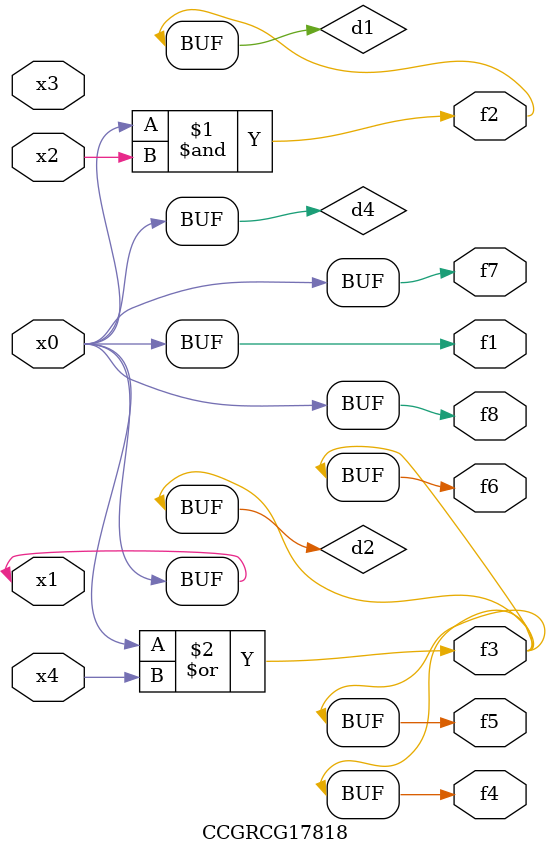
<source format=v>
module CCGRCG17818(
	input x0, x1, x2, x3, x4,
	output f1, f2, f3, f4, f5, f6, f7, f8
);

	wire d1, d2, d3, d4;

	and (d1, x0, x2);
	or (d2, x0, x4);
	nand (d3, x0, x2);
	buf (d4, x0, x1);
	assign f1 = d4;
	assign f2 = d1;
	assign f3 = d2;
	assign f4 = d2;
	assign f5 = d2;
	assign f6 = d2;
	assign f7 = d4;
	assign f8 = d4;
endmodule

</source>
